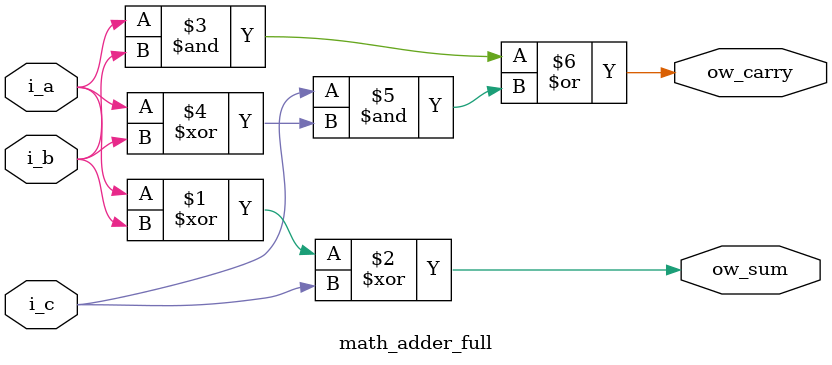
<source format=sv>
`timescale 1ns / 1ps

module math_adder_full (
    input  i_a,
    input  i_b,
    input  i_c,
    output ow_sum,
    output ow_carry
    );

    assign ow_sum   = i_a ^ i_b ^ i_c;                    // XOR gate for sum output
    assign ow_carry = (i_a & i_b) | (i_c & (i_a ^ i_b));  // OR gate for carry output

endmodule : math_adder_full
</source>
